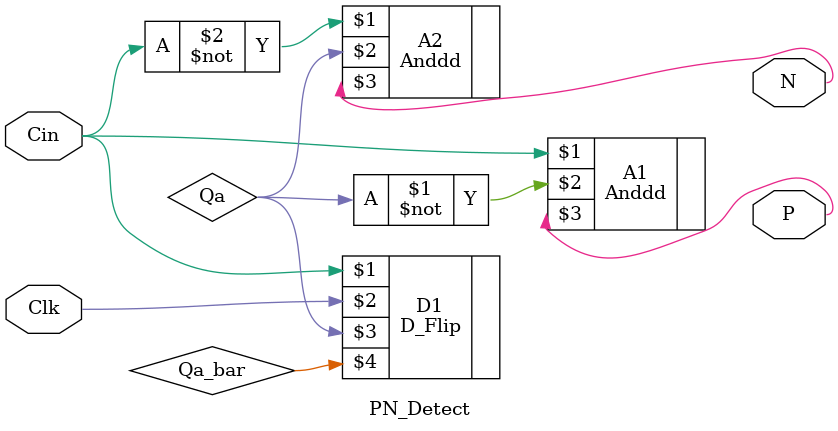
<source format=v>
`timescale 1ns / 1ps
module PN_Detect(Cin,Clk,P,N);
input Cin,Clk;
output P,N;
wire Qa,Qa_bar;
D_Flip D1(Cin,Clk,Qa,Qa_bar);
Anddd A1(Cin,~Qa,P);
Anddd A2(~Cin,Qa,N);

endmodule

</source>
